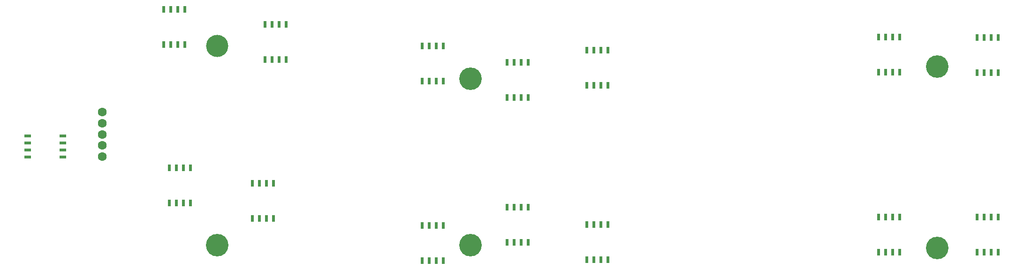
<source format=gbr>
G04 #@! TF.FileFunction,Soldermask,Bot*
%FSLAX46Y46*%
G04 Gerber Fmt 4.6, Leading zero omitted, Abs format (unit mm)*
G04 Created by KiCad (PCBNEW (2015-07-16 BZR 5955, Git 27eafcb)-product) date 2015-10-11 14:13:05*
%MOMM*%
G01*
G04 APERTURE LIST*
%ADD10C,0.100000*%
%ADD11R,1.143000X0.508000*%
%ADD12R,0.508000X1.143000*%
%ADD13C,1.600000*%
%ADD14C,4.000000*%
%ADD15C,4.064000*%
G04 APERTURE END LIST*
D10*
D11*
X68025000Y-72295000D03*
X68025000Y-73565000D03*
X68025000Y-74835000D03*
X68025000Y-76105000D03*
X74375000Y-76105000D03*
X74375000Y-74835000D03*
X74375000Y-73565000D03*
X74375000Y-72295000D03*
D12*
X92595000Y-55775000D03*
X93865000Y-55775000D03*
X95135000Y-55775000D03*
X96405000Y-55775000D03*
X96405000Y-49425000D03*
X95135000Y-49425000D03*
X93865000Y-49425000D03*
X92595000Y-49425000D03*
X110895000Y-58475000D03*
X112165000Y-58475000D03*
X113435000Y-58475000D03*
X114705000Y-58475000D03*
X114705000Y-52125000D03*
X113435000Y-52125000D03*
X112165000Y-52125000D03*
X110895000Y-52125000D03*
X139295000Y-62375000D03*
X140565000Y-62375000D03*
X141835000Y-62375000D03*
X143105000Y-62375000D03*
X143105000Y-56025000D03*
X141835000Y-56025000D03*
X140565000Y-56025000D03*
X139295000Y-56025000D03*
X154595000Y-65375000D03*
X155865000Y-65375000D03*
X157135000Y-65375000D03*
X158405000Y-65375000D03*
X158405000Y-59025000D03*
X157135000Y-59025000D03*
X155865000Y-59025000D03*
X154595000Y-59025000D03*
X168995000Y-63175000D03*
X170265000Y-63175000D03*
X171535000Y-63175000D03*
X172805000Y-63175000D03*
X172805000Y-56825000D03*
X171535000Y-56825000D03*
X170265000Y-56825000D03*
X168995000Y-56825000D03*
X221595000Y-60775000D03*
X222865000Y-60775000D03*
X224135000Y-60775000D03*
X225405000Y-60775000D03*
X225405000Y-54425000D03*
X224135000Y-54425000D03*
X222865000Y-54425000D03*
X221595000Y-54425000D03*
X239395000Y-60875000D03*
X240665000Y-60875000D03*
X241935000Y-60875000D03*
X243205000Y-60875000D03*
X243205000Y-54525000D03*
X241935000Y-54525000D03*
X240665000Y-54525000D03*
X239395000Y-54525000D03*
X93595000Y-84375000D03*
X94865000Y-84375000D03*
X96135000Y-84375000D03*
X97405000Y-84375000D03*
X97405000Y-78025000D03*
X96135000Y-78025000D03*
X94865000Y-78025000D03*
X93595000Y-78025000D03*
X108595000Y-87175000D03*
X109865000Y-87175000D03*
X111135000Y-87175000D03*
X112405000Y-87175000D03*
X112405000Y-80825000D03*
X111135000Y-80825000D03*
X109865000Y-80825000D03*
X108595000Y-80825000D03*
X139295000Y-94775000D03*
X140565000Y-94775000D03*
X141835000Y-94775000D03*
X143105000Y-94775000D03*
X143105000Y-88425000D03*
X141835000Y-88425000D03*
X140565000Y-88425000D03*
X139295000Y-88425000D03*
X154595000Y-91475000D03*
X155865000Y-91475000D03*
X157135000Y-91475000D03*
X158405000Y-91475000D03*
X158405000Y-85125000D03*
X157135000Y-85125000D03*
X155865000Y-85125000D03*
X154595000Y-85125000D03*
X168995000Y-94675000D03*
X170265000Y-94675000D03*
X171535000Y-94675000D03*
X172805000Y-94675000D03*
X172805000Y-88325000D03*
X171535000Y-88325000D03*
X170265000Y-88325000D03*
X168995000Y-88325000D03*
X221595000Y-93275000D03*
X222865000Y-93275000D03*
X224135000Y-93275000D03*
X225405000Y-93275000D03*
X225405000Y-86925000D03*
X224135000Y-86925000D03*
X222865000Y-86925000D03*
X221595000Y-86925000D03*
X239395000Y-93275000D03*
X240665000Y-93275000D03*
X241935000Y-93275000D03*
X243205000Y-93275000D03*
X243205000Y-86925000D03*
X241935000Y-86925000D03*
X240665000Y-86925000D03*
X239395000Y-86925000D03*
D13*
X81500000Y-68000000D03*
X81500000Y-70000000D03*
X81500000Y-72000000D03*
X81500000Y-74000000D03*
X81500000Y-76000000D03*
D14*
X102250000Y-56000000D03*
D15*
X102250000Y-92000000D03*
X148000000Y-92000000D03*
X232250000Y-92500000D03*
X232250000Y-59750000D03*
X148000000Y-62000000D03*
M02*

</source>
